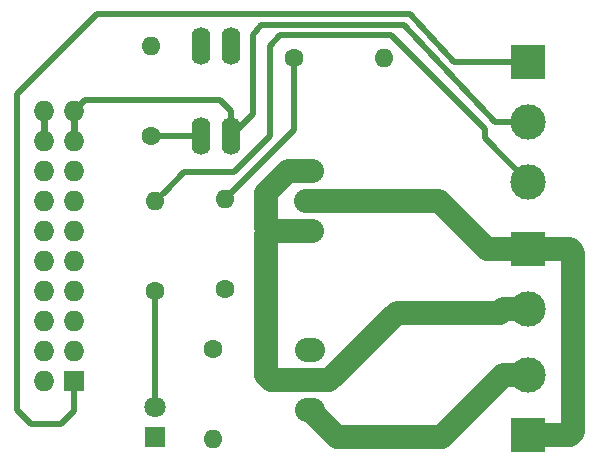
<source format=gbr>
G04 #@! TF.GenerationSoftware,KiCad,Pcbnew,(2017-11-24 revision a01d81e4b)-makepkg*
G04 #@! TF.CreationDate,2018-01-08T10:26:50+07:00*
G04 #@! TF.ProjectId,Motor DC power,4D6F746F7220444320706F7765722E6B,rev?*
G04 #@! TF.SameCoordinates,Original*
G04 #@! TF.FileFunction,Copper,L2,Bot,Signal*
G04 #@! TF.FilePolarity,Positive*
%FSLAX46Y46*%
G04 Gerber Fmt 4.6, Leading zero omitted, Abs format (unit mm)*
G04 Created by KiCad (PCBNEW (2017-11-24 revision a01d81e4b)-makepkg) date 01/08/18 10:26:50*
%MOMM*%
%LPD*%
G01*
G04 APERTURE LIST*
%ADD10R,1.800000X1.800000*%
%ADD11C,1.800000*%
%ADD12C,1.600000*%
%ADD13O,1.600000X1.600000*%
%ADD14O,2.540000X2.032000*%
%ADD15R,1.727200X1.727200*%
%ADD16O,1.727200X1.727200*%
%ADD17R,3.000000X3.000000*%
%ADD18C,3.000000*%
%ADD19O,1.600000X3.200000*%
%ADD20C,0.500000*%
%ADD21C,0.600000*%
%ADD22C,2.000000*%
G04 APERTURE END LIST*
D10*
X112050000Y-121925000D03*
D11*
X112050000Y-119385000D03*
D12*
X117000000Y-114500000D03*
D13*
X117000000Y-122120000D03*
D14*
X125100000Y-101960000D03*
X125100000Y-104500000D03*
X125100000Y-99420000D03*
D15*
X105225000Y-117200000D03*
D16*
X102685000Y-117200000D03*
X105225000Y-114660000D03*
X102685000Y-114660000D03*
X105225000Y-112120000D03*
X102685000Y-112120000D03*
X105225000Y-109580000D03*
X102685000Y-109580000D03*
X105225000Y-107040000D03*
X102685000Y-107040000D03*
X105225000Y-104500000D03*
X102685000Y-104500000D03*
X105225000Y-101960000D03*
X102685000Y-101960000D03*
X105225000Y-99420000D03*
X102685000Y-99420000D03*
X105225000Y-96880000D03*
X102685000Y-96880000D03*
X105225000Y-94340000D03*
X102685000Y-94340000D03*
D17*
X143700000Y-90190000D03*
D18*
X143700000Y-95270000D03*
X143700000Y-100350000D03*
D17*
X143700000Y-106020000D03*
D18*
X143700000Y-111100000D03*
D17*
X143700000Y-121780000D03*
D18*
X143700000Y-116700000D03*
D14*
X125200000Y-117100000D03*
X125200000Y-119640000D03*
X125200000Y-114560000D03*
D12*
X111750000Y-96450000D03*
D13*
X111750000Y-88830000D03*
D12*
X123900000Y-89875000D03*
D13*
X131520000Y-89875000D03*
D12*
X112100000Y-109570000D03*
D13*
X112100000Y-101950000D03*
D12*
X118025000Y-109425000D03*
D13*
X118025000Y-101805000D03*
D19*
X116005000Y-96460000D03*
X118545000Y-96460000D03*
X118545000Y-88840000D03*
X116005000Y-88840000D03*
D20*
X140909485Y-95270000D02*
X133175000Y-87025000D01*
X143700000Y-95270000D02*
X140909485Y-95270000D01*
X133175000Y-87025000D02*
X121075000Y-87050000D01*
X121075000Y-87050000D02*
X120396907Y-87926783D01*
X120396907Y-87926783D02*
X120396907Y-94608093D01*
X120396907Y-94608093D02*
X118545000Y-96460000D01*
X117585000Y-93400000D02*
X106165000Y-93400000D01*
X106165000Y-93400000D02*
X105225000Y-94340000D01*
X118545000Y-96460000D02*
X118545000Y-94360000D01*
X118545000Y-94360000D02*
X117585000Y-93400000D01*
D21*
X105225000Y-94340000D02*
X105225000Y-96880000D01*
D20*
X112100000Y-109570000D02*
X112100000Y-119335000D01*
X112100000Y-119335000D02*
X112050000Y-119385000D01*
D22*
X143700000Y-116700000D02*
X141578680Y-116700000D01*
X141578680Y-116700000D02*
X136378680Y-121900000D01*
X136378680Y-121900000D02*
X127460000Y-121900000D01*
X127460000Y-121900000D02*
X125200000Y-119640000D01*
X147500000Y-121480000D02*
X147500000Y-106320000D01*
X147500000Y-106320000D02*
X147200000Y-106020000D01*
X147200000Y-106020000D02*
X143700000Y-106020000D01*
X143700000Y-121780000D02*
X147200000Y-121780000D01*
X147200000Y-121780000D02*
X147500000Y-121480000D01*
X143700000Y-106020000D02*
X140200000Y-106020000D01*
X140200000Y-106020000D02*
X136140000Y-101960000D01*
X136140000Y-101960000D02*
X128370000Y-101960000D01*
X128370000Y-101960000D02*
X125100000Y-101960000D01*
X143700000Y-111100000D02*
X141578680Y-111100000D01*
X141578680Y-111100000D02*
X141287070Y-111391610D01*
X141287070Y-111391610D02*
X132537139Y-111391610D01*
X132537139Y-111391610D02*
X126828749Y-117100000D01*
X126828749Y-117100000D02*
X125200000Y-117100000D01*
X121830000Y-104500000D02*
X121500000Y-104830000D01*
X121500000Y-104830000D02*
X121500000Y-116670000D01*
X121500000Y-116670000D02*
X121930000Y-117100000D01*
X121930000Y-117100000D02*
X125200000Y-117100000D01*
X125100000Y-104500000D02*
X121830000Y-104500000D01*
X121830000Y-104500000D02*
X121500000Y-104170000D01*
X121500000Y-101300000D02*
X121500000Y-104170000D01*
X123380000Y-99420000D02*
X121500000Y-101300000D01*
X125100000Y-99420000D02*
X123380000Y-99420000D01*
D20*
X100425000Y-92900000D02*
X107200000Y-86125000D01*
X100425000Y-119650000D02*
X100425000Y-92900000D01*
X101625000Y-120850000D02*
X100425000Y-119650000D01*
X104100000Y-120850000D02*
X101625000Y-120850000D01*
X105225000Y-117200000D02*
X105225000Y-119725000D01*
X105225000Y-119725000D02*
X104100000Y-120850000D01*
X107200000Y-86125000D02*
X133700000Y-86075000D01*
X133700000Y-86075000D02*
X137440000Y-90190000D01*
X137440000Y-90190000D02*
X143700000Y-90190000D01*
D21*
X102685000Y-94340000D02*
X102685000Y-96880000D01*
D20*
X143700000Y-100350000D02*
X140000000Y-96650000D01*
X118750000Y-99500000D02*
X114550000Y-99500000D01*
X140000000Y-96650000D02*
X140000000Y-95881864D01*
X112899999Y-101150001D02*
X112100000Y-101950000D01*
X140000000Y-95881864D02*
X132028738Y-87910602D01*
X132028738Y-87910602D02*
X122670116Y-87910602D01*
X122670116Y-87910602D02*
X121789694Y-88791024D01*
X121789694Y-88791024D02*
X121789694Y-96460306D01*
X121789694Y-96460306D02*
X118750000Y-99500000D01*
X114550000Y-99500000D02*
X112899999Y-101150001D01*
X111750000Y-96450000D02*
X115995000Y-96450000D01*
X115995000Y-96450000D02*
X116005000Y-96460000D01*
X118025000Y-101805000D02*
X123900000Y-95930000D01*
X123900000Y-95930000D02*
X123900000Y-89875000D01*
M02*

</source>
